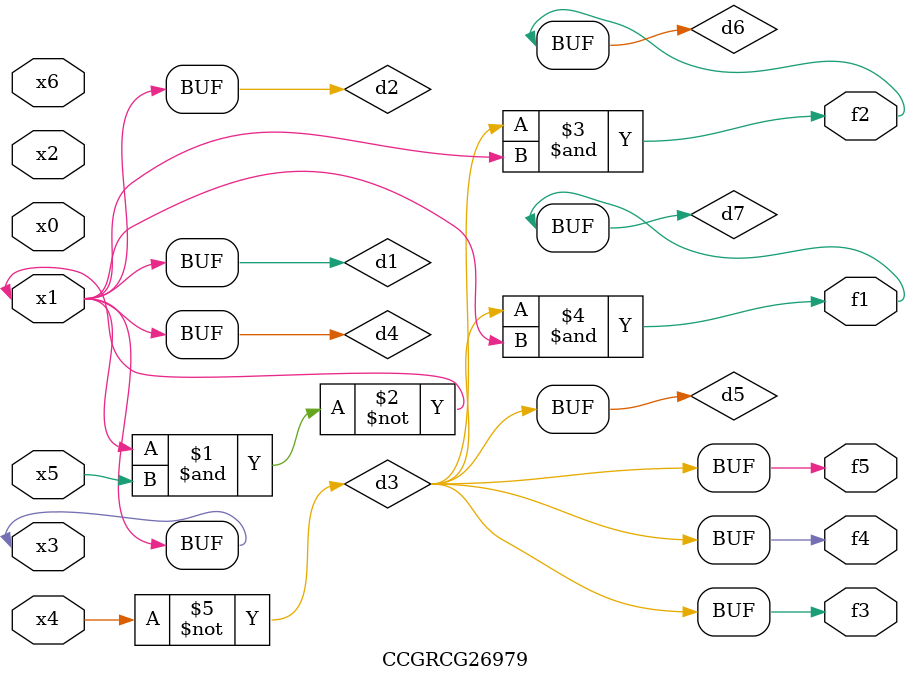
<source format=v>
module CCGRCG26979(
	input x0, x1, x2, x3, x4, x5, x6,
	output f1, f2, f3, f4, f5
);

	wire d1, d2, d3, d4, d5, d6, d7;

	buf (d1, x1, x3);
	nand (d2, x1, x5);
	not (d3, x4);
	buf (d4, d1, d2);
	buf (d5, d3);
	and (d6, d3, d4);
	and (d7, d3, d4);
	assign f1 = d7;
	assign f2 = d6;
	assign f3 = d5;
	assign f4 = d5;
	assign f5 = d5;
endmodule

</source>
